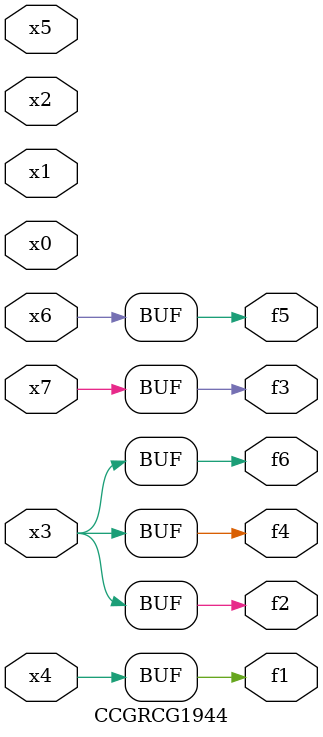
<source format=v>
module CCGRCG1944(
	input x0, x1, x2, x3, x4, x5, x6, x7,
	output f1, f2, f3, f4, f5, f6
);
	assign f1 = x4;
	assign f2 = x3;
	assign f3 = x7;
	assign f4 = x3;
	assign f5 = x6;
	assign f6 = x3;
endmodule

</source>
